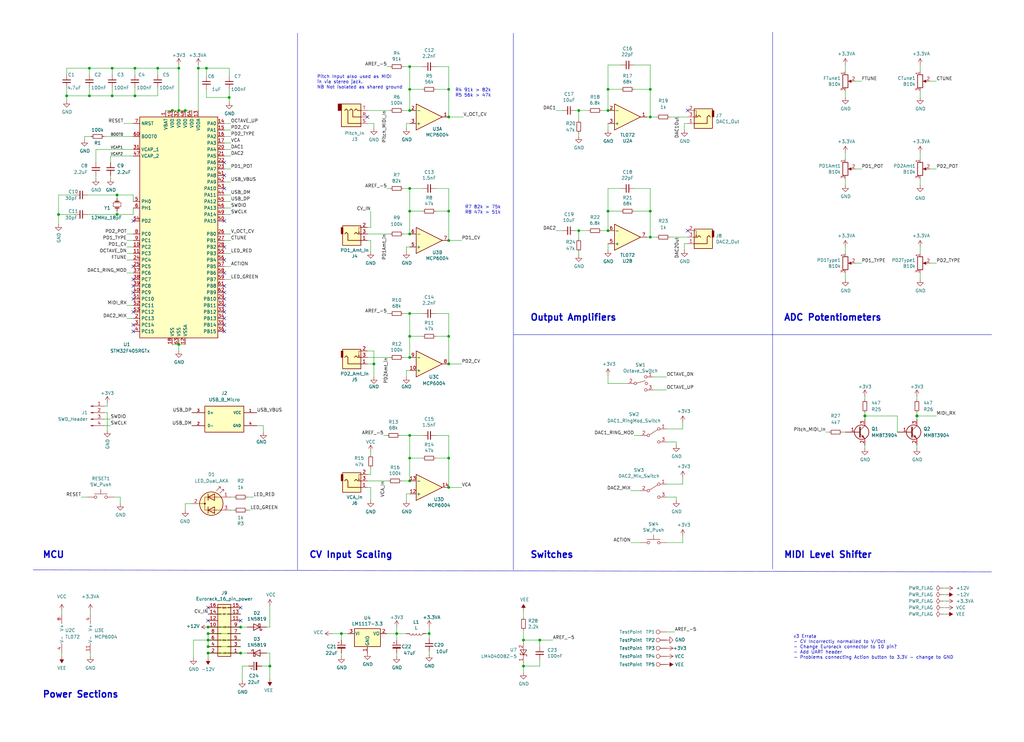
<source format=kicad_sch>
(kicad_sch (version 20230121) (generator eeschema)
  (paper "User" 399.999 289.992)
  (title_block (title "DisPhaze") (date "2022-03-18") (rev "v3") (company "Mountjoy Modular"))
  (junction (at 237.49 43.18))
  (junction (at 160.02 91.44))
  (junction (at 358.14 162.56) (diameter 1.016))
  (junction (at 175.26 93.98))
  (junction (at 160.02 43.18))
  (junction (at 160.02 170.18))
  (junction (at 81.28 250.19))
  (junction (at 67.31 43.18))
  (junction (at 81.28 245.11))
  (junction (at 226.06 43.18))
  (junction (at 160.02 122.555))
  (junction (at 154.94 247.65))
  (junction (at 175.26 82.55))
  (junction (at 93.98 255.27))
  (junction (at 254 92.71))
  (junction (at 237.49 82.55))
  (junction (at 69.85 134.62))
  (junction (at 167.64 247.65))
  (junction (at 254 82.55))
  (junction (at 160.02 179.07))
  (junction (at 237.49 90.17))
  (junction (at 81.28 252.73))
  (junction (at 43.815 37.465))
  (junction (at 43.815 26.67))
  (junction (at 34.925 26.67))
  (junction (at 52.705 26.67))
  (junction (at 254 34.925))
  (junction (at 204.47 260.35))
  (junction (at 237.49 34.925))
  (junction (at 69.85 26.67))
  (junction (at 89.535 38.1))
  (junction (at 61.595 26.67))
  (junction (at 69.85 43.18))
  (junction (at 160.02 139.7))
  (junction (at 254 45.72))
  (junction (at 72.39 43.18))
  (junction (at 337.82 162.56) (diameter 1.016))
  (junction (at 81.28 247.65))
  (junction (at 160.02 73.66))
  (junction (at 160.02 187.96))
  (junction (at 175.26 190.5))
  (junction (at 175.26 45.72))
  (junction (at 105.41 260.35))
  (junction (at 52.705 37.465))
  (junction (at 160.02 82.55))
  (junction (at 210.82 250.19))
  (junction (at 133.35 247.65))
  (junction (at 77.47 26.67))
  (junction (at 160.02 131.445))
  (junction (at 175.26 179.07))
  (junction (at 175.26 131.445))
  (junction (at 93.98 245.11))
  (junction (at 45.72 83.82))
  (junction (at 175.26 34.925))
  (junction (at 204.47 250.19))
  (junction (at 160.02 34.925))
  (junction (at 80.645 26.67))
  (junction (at 146.05 142.24))
  (junction (at 45.72 76.2))
  (junction (at 26.035 37.465))
  (junction (at 175.26 142.24))
  (junction (at 81.28 255.27))
  (junction (at 34.925 37.465))
  (junction (at 160.02 26.035))
  (junction (at 22.86 83.82))
  (junction (at 226.06 90.17))
  (no_connect (at 93.98 237.49))
  (no_connect (at 52.07 121.92))
  (no_connect (at 81.28 237.49))
  (no_connect (at 87.63 119.38))
  (no_connect (at 52.07 116.84))
  (no_connect (at 87.63 111.76))
  (no_connect (at 52.07 129.54))
  (no_connect (at 87.63 127))
  (no_connect (at 87.63 73.66))
  (no_connect (at 87.63 124.46))
  (no_connect (at 52.07 114.3))
  (no_connect (at 87.63 114.3))
  (no_connect (at 87.63 101.6))
  (no_connect (at 87.63 106.68))
  (no_connect (at 52.07 86.36))
  (no_connect (at 52.07 111.76))
  (no_connect (at 87.63 63.5))
  (no_connect (at 87.63 116.84))
  (no_connect (at 87.63 86.36))
  (no_connect (at 93.98 242.57))
  (no_connect (at 268.605 43.18))
  (no_connect (at 87.63 68.58))
  (no_connect (at 143.51 45.72))
  (no_connect (at 87.63 121.92))
  (no_connect (at 87.63 129.54))
  (no_connect (at 81.28 242.57))
  (no_connect (at 268.605 90.17))
  (no_connect (at 52.07 104.14))
  (no_connect (at 52.07 109.22))
  (no_connect (at 52.07 127))
  (no_connect (at 87.63 96.52))
  (wire (pts (xy 226.06 90.17) (xy 226.06 93.345)))
  (wire (pts (xy 260.35 194.31) (xy 264.16 194.31)))
  (wire (pts (xy 359.41 96.52) (xy 359.41 99.06)))
  (wire (pts (xy 160.02 96.52) (xy 158.75 96.52)))
  (wire (pts (xy 210.82 250.19) (xy 204.47 250.19)))
  (wire (pts (xy 87.63 60.96) (xy 90.17 60.96)))
  (wire (pts (xy 330.2 106.68) (xy 330.2 109.22)))
  (wire (pts (xy 133.35 247.65) (xy 133.35 250.19)))
  (wire (pts (xy 363.22 102.87) (xy 365.76 102.87)))
  (wire (pts (xy 255.27 152.4) (xy 260.35 152.4)))
  (wire (pts (xy 149.86 170.18) (xy 151.13 170.18)))
  (wire (pts (xy 170.18 26.035) (xy 175.26 26.035)))
  (wire (pts (xy 260.35 247.015) (xy 263.525 247.015)))
  (wire (pts (xy 26.035 26.67) (xy 26.035 29.21)))
  (wire (pts (xy 34.29 76.2) (xy 45.72 76.2)))
  (wire (pts (xy 146.05 142.24) (xy 146.05 147.32)))
  (wire (pts (xy 34.925 34.29) (xy 34.925 37.465)))
  (wire (pts (xy 87.63 66.04) (xy 90.17 66.04)))
  (wire (pts (xy 165.1 73.66) (xy 160.02 73.66)))
  (wire (pts (xy 154.94 245.11) (xy 154.94 247.65)))
  (wire (pts (xy 52.07 58.42) (xy 37.465 58.42)))
  (wire (pts (xy 90.17 53.34) (xy 87.63 53.34)))
  (wire (pts (xy 52.07 60.96) (xy 43.18 60.96)))
  (wire (pts (xy 254 92.71) (xy 256.54 92.71)))
  (wire (pts (xy 93.98 247.65) (xy 81.28 247.65)))
  (wire (pts (xy 156.845 187.96) (xy 160.02 187.96)))
  (wire (pts (xy 226.06 43.18) (xy 229.87 43.18)))
  (wire (pts (xy 158.75 96.52) (xy 158.75 98.425)))
  (wire (pts (xy 129.54 247.65) (xy 133.35 247.65)))
  (wire (pts (xy 87.63 78.74) (xy 90.17 78.74)))
  (wire (pts (xy 133.35 247.65) (xy 135.89 247.65)))
  (wire (pts (xy 87.63 99.06) (xy 90.17 99.06)))
  (wire (pts (xy 167.64 245.11) (xy 167.64 247.65)))
  (wire (pts (xy 180.34 190.5) (xy 175.26 190.5)))
  (wire (pts (xy 143.51 137.16) (xy 146.05 137.16)))
  (wire (pts (xy 87.63 55.88) (xy 90.17 55.88)))
  (wire (pts (xy 69.85 134.62) (xy 69.85 137.16)))
  (wire (pts (xy 133.35 255.27) (xy 133.35 256.54)))
  (wire (pts (xy 204.47 260.35) (xy 210.82 260.35)))
  (wire (pts (xy 264.16 172.72) (xy 264.16 173.99)))
  (wire (pts (xy 154.94 247.65) (xy 154.94 250.19)))
  (wire (pts (xy 49.53 99.06) (xy 52.07 99.06)))
  (wire (pts (xy 94.615 266.065) (xy 94.615 260.35)))
  (wire (pts (xy 359.41 69.85) (xy 359.41 72.39)))
  (wire (pts (xy 242.57 82.55) (xy 237.49 82.55)))
  (wire (pts (xy 252.73 45.72) (xy 254 45.72)))
  (wire (pts (xy 93.98 252.73) (xy 81.28 252.73)))
  (wire (pts (xy 359.41 106.68) (xy 359.41 109.22)))
  (wire (pts (xy 368.3 234.95) (xy 369.57 234.95)))
  (wire (pts (xy 268.605 48.26) (xy 267.335 48.26)))
  (wire (pts (xy 69.85 26.67) (xy 69.85 43.18)))
  (wire (pts (xy 226.06 52.07) (xy 226.06 53.34)))
  (wire (pts (xy 144.78 176.53) (xy 144.78 177.8)))
  (wire (pts (xy 102.235 260.35) (xy 105.41 260.35)))
  (wire (pts (xy 80.645 26.67) (xy 89.535 26.67)))
  (wire (pts (xy 160.02 34.925) (xy 160.02 43.18)))
  (wire (pts (xy 61.595 26.67) (xy 69.85 26.67)))
  (wire (pts (xy 49.53 101.6) (xy 52.07 101.6)))
  (wire (pts (xy 363.22 66.04) (xy 365.76 66.04)))
  (wire (pts (xy 261.62 45.72) (xy 268.605 45.72)))
  (wire (pts (xy 89.535 26.67) (xy 89.535 29.845)))
  (wire (pts (xy 217.17 43.18) (xy 219.71 43.18)))
  (wire (pts (xy 80.645 38.1) (xy 89.535 38.1)))
  (wire (pts (xy 165.1 82.55) (xy 160.02 82.55)))
  (wire (pts (xy 104.14 245.11) (xy 105.41 245.11)))
  (wire (pts (xy 180.34 93.98) (xy 175.26 93.98)))
  (wire (pts (xy 358.14 162.56) (xy 365.76 162.56)))
  (wire (pts (xy 330.2 59.69) (xy 330.2 62.23)))
  (wire (pts (xy 49.53 93.98) (xy 52.07 93.98)))
  (wire (pts (xy 260.35 189.23) (xy 266.7 189.23)))
  (wire (pts (xy 234.95 43.18) (xy 237.49 43.18)))
  (wire (pts (xy 337.82 162.56) (xy 337.82 163.83)))
  (wire (pts (xy 94.615 260.35) (xy 97.155 260.35)))
  (wire (pts (xy 157.48 139.7) (xy 160.02 139.7)))
  (wire (pts (xy 242.57 73.66) (xy 237.49 73.66)))
  (polyline (pts (xy 301.752 12.573) (xy 301.752 222.377)))
  (wire (pts (xy 175.26 179.07) (xy 175.26 190.5)))
  (wire (pts (xy 254 25.4) (xy 254 34.925)))
  (wire (pts (xy 170.18 131.445) (xy 175.26 131.445)))
  (wire (pts (xy 61.595 34.29) (xy 61.595 37.465)))
  (wire (pts (xy 26.035 26.67) (xy 34.925 26.67)))
  (wire (pts (xy 144.78 185.42) (xy 144.78 182.88)))
  (wire (pts (xy 204.47 246.38) (xy 204.47 250.19)))
  (wire (pts (xy 210.82 250.19) (xy 210.82 252.73)))
  (wire (pts (xy 43.18 68.58) (xy 43.18 69.85)))
  (wire (pts (xy 160.02 179.07) (xy 160.02 187.96)))
  (wire (pts (xy 87.63 71.12) (xy 90.17 71.12)))
  (wire (pts (xy 87.63 83.82) (xy 90.17 83.82)))
  (wire (pts (xy 144.78 88.9) (xy 143.51 88.9)))
  (wire (pts (xy 337.82 161.29) (xy 337.82 162.56)))
  (wire (pts (xy 45.72 83.82) (xy 52.07 83.82)))
  (wire (pts (xy 105.41 245.11) (xy 105.41 236.855)))
  (wire (pts (xy 156.21 170.18) (xy 160.02 170.18)))
  (wire (pts (xy 254 92.71) (xy 254 82.55)))
  (wire (pts (xy 267.335 48.26) (xy 267.335 50.8)))
  (wire (pts (xy 81.28 240.03) (xy 93.98 240.03)))
  (wire (pts (xy 175.26 82.55) (xy 175.26 93.98)))
  (wire (pts (xy 87.63 93.98) (xy 90.17 93.98)))
  (wire (pts (xy 330.2 25.4) (xy 330.2 27.94)))
  (wire (pts (xy 52.705 37.465) (xy 61.595 37.465)))
  (wire (pts (xy 40.64 161.29) (xy 41.91 161.29)))
  (wire (pts (xy 69.85 43.18) (xy 72.39 43.18)))
  (wire (pts (xy 247.65 25.4) (xy 254 25.4)))
  (wire (pts (xy 72.39 196.85) (xy 72.39 199.39)))
  (wire (pts (xy 252.73 92.71) (xy 254 92.71)))
  (wire (pts (xy 237.49 25.4) (xy 242.57 25.4)))
  (wire (pts (xy 260.35 167.64) (xy 266.7 167.64)))
  (wire (pts (xy 170.18 73.66) (xy 175.26 73.66)))
  (wire (pts (xy 175.26 131.445) (xy 175.26 142.24)))
  (wire (pts (xy 52.705 26.67) (xy 61.595 26.67)))
  (wire (pts (xy 45.72 82.55) (xy 45.72 83.82)))
  (wire (pts (xy 350.52 162.56) (xy 350.52 168.91)))
  (wire (pts (xy 24.13 255.27) (xy 24.13 256.54)))
  (wire (pts (xy 175.26 45.72) (xy 180.975 45.72)))
  (polyline (pts (xy 200.533 12.954) (xy 200.533 222.758)))
  (wire (pts (xy 165.1 122.555) (xy 160.02 122.555)))
  (wire (pts (xy 49.53 96.52) (xy 52.07 96.52)))
  (wire (pts (xy 151.13 26.035) (xy 152.4 26.035)))
  (wire (pts (xy 237.49 48.26) (xy 237.49 50.8)))
  (wire (pts (xy 144.78 93.98) (xy 144.78 98.425)))
  (wire (pts (xy 35.306 255.27) (xy 35.306 256.54)))
  (wire (pts (xy 22.86 76.2) (xy 22.86 83.82)))
  (wire (pts (xy 143.51 43.18) (xy 152.4 43.18)))
  (wire (pts (xy 224.79 90.17) (xy 226.06 90.17)))
  (wire (pts (xy 358.14 161.29) (xy 358.14 162.56)))
  (wire (pts (xy 157.48 122.555) (xy 160.02 122.555)))
  (polyline (pts (xy 12.954 222.758) (xy 387.35 223.52)))
  (wire (pts (xy 170.18 179.07) (xy 175.26 179.07)))
  (wire (pts (xy 26.035 34.29) (xy 26.035 37.465)))
  (wire (pts (xy 143.51 142.24) (xy 146.05 142.24)))
  (wire (pts (xy 81.28 257.175) (xy 81.28 255.27)))
  (wire (pts (xy 87.63 91.44) (xy 90.17 91.44)))
  (wire (pts (xy 204.47 260.35) (xy 204.47 262.89)))
  (wire (pts (xy 43.815 37.465) (xy 52.705 37.465)))
  (wire (pts (xy 334.01 102.87) (xy 336.55 102.87)))
  (wire (pts (xy 165.1 131.445) (xy 160.02 131.445)))
  (wire (pts (xy 97.79 199.39) (xy 96.52 199.39)))
  (wire (pts (xy 45.72 76.2) (xy 45.72 77.47)))
  (wire (pts (xy 158.75 144.78) (xy 158.75 147.32)))
  (wire (pts (xy 330.2 35.56) (xy 330.2 38.1)))
  (wire (pts (xy 175.26 26.035) (xy 175.26 34.925)))
  (wire (pts (xy 93.98 250.19) (xy 81.28 250.19)))
  (wire (pts (xy 22.86 83.82) (xy 29.21 83.82)))
  (wire (pts (xy 158.75 193.04) (xy 160.02 193.04)))
  (wire (pts (xy 368.3 237.49) (xy 369.57 237.49)))
  (wire (pts (xy 104.14 255.27) (xy 105.41 255.27)))
  (wire (pts (xy 43.815 26.67) (xy 52.705 26.67)))
  (wire (pts (xy 143.51 91.44) (xy 152.4 91.44)))
  (wire (pts (xy 167.64 247.65) (xy 166.37 247.65)))
  (wire (pts (xy 144.78 190.5) (xy 144.78 195.58)))
  (wire (pts (xy 90.17 48.26) (xy 87.63 48.26)))
  (wire (pts (xy 358.14 154.94) (xy 358.14 156.21)))
  (wire (pts (xy 69.85 134.62) (xy 67.31 134.62)))
  (wire (pts (xy 77.47 26.67) (xy 77.47 43.18)))
  (wire (pts (xy 261.62 92.71) (xy 268.605 92.71)))
  (wire (pts (xy 49.53 119.38) (xy 52.07 119.38)))
  (wire (pts (xy 37.465 58.42) (xy 37.465 63.5)))
  (wire (pts (xy 144.78 88.9) (xy 144.78 82.55)))
  (wire (pts (xy 260.35 212.09) (xy 266.7 212.09)))
  (wire (pts (xy 267.335 95.25) (xy 267.335 97.79)))
  (wire (pts (xy 77.47 26.67) (xy 80.645 26.67)))
  (wire (pts (xy 33.02 53.34) (xy 35.56 53.34)))
  (wire (pts (xy 160.02 48.26) (xy 158.75 48.26)))
  (wire (pts (xy 49.53 124.46) (xy 52.07 124.46)))
  (wire (pts (xy 87.63 104.14) (xy 90.17 104.14)))
  (wire (pts (xy 44.45 194.31) (xy 46.99 194.31)))
  (wire (pts (xy 175.26 122.555) (xy 175.26 131.445)))
  (wire (pts (xy 204.47 250.19) (xy 204.47 251.46)))
  (wire (pts (xy 40.64 166.37) (xy 43.18 166.37)))
  (wire (pts (xy 93.98 245.11) (xy 96.52 245.11)))
  (wire (pts (xy 160.02 144.78) (xy 158.75 144.78)))
  (wire (pts (xy 52.705 34.29) (xy 52.705 37.465)))
  (wire (pts (xy 268.605 95.25) (xy 267.335 95.25)))
  (wire (pts (xy 34.925 37.465) (xy 43.815 37.465)))
  (wire (pts (xy 31.75 194.31) (xy 34.29 194.31)))
  (wire (pts (xy 49.53 106.68) (xy 52.07 106.68)))
  (wire (pts (xy 254 82.55) (xy 247.65 82.55)))
  (wire (pts (xy 43.815 26.67) (xy 43.815 29.21)))
  (wire (pts (xy 215.9 250.19) (xy 210.82 250.19)))
  (wire (pts (xy 34.925 26.67) (xy 43.815 26.67)))
  (wire (pts (xy 165.1 26.035) (xy 160.02 26.035)))
  (wire (pts (xy 143.51 187.96) (xy 151.765 187.96)))
  (wire (pts (xy 37.465 68.58) (xy 37.465 69.85)))
  (wire (pts (xy 237.49 73.66) (xy 237.49 82.55)))
  (wire (pts (xy 266.7 165.1) (xy 266.7 167.64)))
  (polyline (pts (xy 200.66 130.81) (xy 387.35 130.81)))
  (wire (pts (xy 266.7 186.69) (xy 266.7 189.23)))
  (wire (pts (xy 363.22 31.75) (xy 365.76 31.75)))
  (wire (pts (xy 167.64 247.65) (xy 167.64 249.555)))
  (wire (pts (xy 151.13 247.65) (xy 154.94 247.65)))
  (wire (pts (xy 204.47 238.76) (xy 204.47 241.3)))
  (wire (pts (xy 33.02 54.61) (xy 33.02 53.34)))
  (wire (pts (xy 337.82 173.99) (xy 337.82 175.26)))
  (wire (pts (xy 170.18 34.925) (xy 175.26 34.925)))
  (wire (pts (xy 93.98 255.27) (xy 96.52 255.27)))
  (wire (pts (xy 143.51 93.98) (xy 144.78 93.98)))
  (wire (pts (xy 52.07 76.2) (xy 45.72 76.2)))
  (wire (pts (xy 80.645 26.67) (xy 80.645 29.845)))
  (wire (pts (xy 359.41 59.69) (xy 359.41 62.23)))
  (wire (pts (xy 160.02 170.18) (xy 165.1 170.18)))
  (wire (pts (xy 40.64 53.34) (xy 52.07 53.34)))
  (wire (pts (xy 334.01 31.75) (xy 336.55 31.75)))
  (wire (pts (xy 43.815 34.29) (xy 43.815 37.465)))
  (wire (pts (xy 337.82 162.56) (xy 350.52 162.56)))
  (wire (pts (xy 81.28 245.11) (xy 93.98 245.11)))
  (wire (pts (xy 330.2 96.52) (xy 330.2 99.06)))
  (wire (pts (xy 41.91 158.75) (xy 41.91 157.48)))
  (wire (pts (xy 81.28 255.27) (xy 93.98 255.27)))
  (wire (pts (xy 81.28 247.65) (xy 81.28 250.19)))
  (wire (pts (xy 160.02 82.55) (xy 160.02 91.44)))
  (wire (pts (xy 48.26 48.26) (xy 52.07 48.26)))
  (wire (pts (xy 35.306 238.76) (xy 35.306 240.03)))
  (wire (pts (xy 368.3 232.41) (xy 369.57 232.41)))
  (wire (pts (xy 49.53 91.44) (xy 52.07 91.44)))
  (wire (pts (xy 266.7 209.55) (xy 266.7 212.09)))
  (wire (pts (xy 250.19 170.18) (xy 247.65 170.18)))
  (wire (pts (xy 254 45.72) (xy 256.54 45.72)))
  (wire (pts (xy 69.85 134.62) (xy 72.39 134.62)))
  (wire (pts (xy 40.64 163.83) (xy 43.18 163.83)))
  (wire (pts (xy 175.26 34.925) (xy 175.26 45.72)))
  (wire (pts (xy 143.51 185.42) (xy 144.78 185.42)))
  (wire (pts (xy 157.48 73.66) (xy 160.02 73.66)))
  (wire (pts (xy 160.02 122.555) (xy 160.02 131.445)))
  (wire (pts (xy 237.49 34.925) (xy 237.49 43.18)))
  (wire (pts (xy 100.33 166.37) (xy 102.87 166.37)))
  (wire (pts (xy 158.75 48.26) (xy 158.75 50.165)))
  (wire (pts (xy 250.19 191.77) (xy 246.38 191.77)))
  (wire (pts (xy 334.01 66.04) (xy 336.55 66.04)))
  (wire (pts (xy 99.06 194.31) (xy 96.52 194.31)))
  (wire (pts (xy 254 45.72) (xy 254 34.925)))
  (wire (pts (xy 260.35 172.72) (xy 264.16 172.72)))
  (wire (pts (xy 24.13 238.76) (xy 24.13 240.03)))
  (wire (pts (xy 328.93 168.91) (xy 330.2 168.91)))
  (wire (pts (xy 143.51 139.7) (xy 152.4 139.7)))
  (wire (pts (xy 77.47 25.4) (xy 77.47 26.67)))
  (wire (pts (xy 151.13 73.66) (xy 152.4 73.66)))
  (wire (pts (xy 75.565 250.19) (xy 81.28 250.19)))
  (wire (pts (xy 52.07 81.28) (xy 52.07 83.82)))
  (wire (pts (xy 170.18 122.555) (xy 175.26 122.555)))
  (wire (pts (xy 247.65 34.925) (xy 254 34.925)))
  (wire (pts (xy 358.14 162.56) (xy 358.14 163.83)))
  (wire (pts (xy 219.71 90.17) (xy 217.17 90.17)))
  (wire (pts (xy 74.93 196.85) (xy 72.39 196.85)))
  (wire (pts (xy 90.17 50.8) (xy 87.63 50.8)))
  (wire (pts (xy 26.035 37.465) (xy 34.925 37.465)))
  (wire (pts (xy 359.41 25.4) (xy 359.41 27.94)))
  (wire (pts (xy 337.82 154.94) (xy 337.82 156.21)))
  (wire (pts (xy 43.18 60.96) (xy 43.18 63.5)))
  (wire (pts (xy 368.3 240.03) (xy 369.57 240.03)))
  (wire (pts (xy 67.31 43.18) (xy 69.85 43.18)))
  (wire (pts (xy 165.1 34.925) (xy 160.02 34.925)))
  (wire (pts (xy 87.63 109.22) (xy 90.17 109.22)))
  (wire (pts (xy 91.44 194.31) (xy 90.17 194.31)))
  (wire (pts (xy 158.75 193.04) (xy 158.75 195.58)))
  (wire (pts (xy 226.06 98.425) (xy 226.06 99.695)))
  (wire (pts (xy 157.48 91.44) (xy 160.02 91.44)))
  (wire (pts (xy 34.29 83.82) (xy 45.72 83.82)))
  (wire (pts (xy 237.49 149.86) (xy 245.11 149.86)))
  (wire (pts (xy 167.64 254.635) (xy 167.64 255.905)))
  (wire (pts (xy 246.38 212.09) (xy 250.19 212.09)))
  (wire (pts (xy 75.565 257.175) (xy 75.565 250.19)))
  (wire (pts (xy 154.94 255.27) (xy 154.94 256.54)))
  (wire (pts (xy 105.41 255.27) (xy 105.41 260.35)))
  (wire (pts (xy 146.05 137.16) (xy 146.05 142.24)))
  (wire (pts (xy 255.27 147.32) (xy 260.35 147.32)))
  (wire (pts (xy 80.645 34.925) (xy 80.645 38.1)))
  (wire (pts (xy 254 73.66) (xy 254 82.55)))
  (wire (pts (xy 175.26 73.66) (xy 175.26 82.55)))
  (wire (pts (xy 90.17 58.42) (xy 87.63 58.42)))
  (wire (pts (xy 61.595 26.67) (xy 61.595 29.21)))
  (wire (pts (xy 22.86 83.82) (xy 22.86 87.63)))
  (wire (pts (xy 157.48 43.18) (xy 160.02 43.18)))
  (wire (pts (xy 237.49 95.25) (xy 237.49 97.79)))
  (wire (pts (xy 204.47 259.08) (xy 204.47 260.35)))
  (wire (pts (xy 89.535 38.1) (xy 89.535 40.005)))
  (wire (pts (xy 52.07 78.74) (xy 52.07 76.2)))
  (wire (pts (xy 34.925 26.67) (xy 34.925 29.21)))
  (wire (pts (xy 368.3 229.87) (xy 369.57 229.87)))
  (wire (pts (xy 151.13 122.555) (xy 152.4 122.555)))
  (wire (pts (xy 146.05 48.26) (xy 146.05 50.165)))
  (wire (pts (xy 175.26 170.18) (xy 175.26 179.07)))
  (wire (pts (xy 358.14 173.99) (xy 358.14 175.26)))
  (wire (pts (xy 226.06 43.18) (xy 226.06 46.99)))
  (wire (pts (xy 170.18 170.18) (xy 175.26 170.18)))
  (wire (pts (xy 89.535 34.925) (xy 89.535 38.1)))
  (wire (pts (xy 170.18 82.55) (xy 175.26 82.55)))
  (wire (pts (xy 26.035 37.465) (xy 26.035 39.37)))
  (wire (pts (xy 87.63 81.28) (xy 90.17 81.28)))
  (wire (pts (xy 224.79 43.18) (xy 226.06 43.18)))
  (wire (pts (xy 210.82 257.81) (xy 210.82 260.35)))
  (wire (pts (xy 64.77 43.18) (xy 67.31 43.18)))
  (wire (pts (xy 46.99 194.31) (xy 46.99 196.85)))
  (wire (pts (xy 237.49 146.685) (xy 237.49 149.86)))
  (wire (pts (xy 160.02 73.66) (xy 160.02 82.55)))
  (wire (pts (xy 247.65 73.66) (xy 254 73.66)))
  (wire (pts (xy 322.58 168.91) (xy 323.85 168.91)))
  (wire (pts (xy 105.41 260.35) (xy 105.41 265.43)))
  (wire (pts (xy 264.16 194.31) (xy 264.16 195.58)))
  (wire (pts (xy 226.06 90.17) (xy 229.87 90.17)))
  (wire (pts (xy 69.85 25.4) (xy 69.85 26.67)))
  (wire (pts (xy 160.02 26.035) (xy 160.02 34.925)))
  (wire (pts (xy 160.02 179.07) (xy 165.1 179.07)))
  (wire (pts (xy 91.44 199.39) (xy 90.17 199.39)))
  (wire (pts (xy 157.48 26.035) (xy 160.02 26.035)))
  (wire (pts (xy 160.02 170.18) (xy 160.02 179.07)))
  (wire (pts (xy 143.51 190.5) (xy 144.78 190.5)))
  (wire (pts (xy 87.63 76.2) (xy 90.17 76.2)))
  (wire (pts (xy 22.86 76.2) (xy 29.21 76.2)))
  (polyline (pts (xy 116.205 12.954) (xy 116.205 222.758)))
  (wire (pts (xy 180.34 142.24) (xy 175.26 142.24)))
  (wire (pts (xy 234.95 90.17) (xy 237.49 90.17)))
  (wire (pts (xy 359.41 35.56) (xy 359.41 38.1)))
  (wire (pts (xy 143.51 48.26) (xy 146.05 48.26)))
  (wire (pts (xy 330.2 69.85) (xy 330.2 72.39)))
  (wire (pts (xy 102.87 166.37) (xy 102.87 168.91)))
  (wire (pts (xy 72.39 43.18) (xy 74.93 43.18)))
  (wire (pts (xy 41.91 161.29) (xy 41.91 168.275)))
  (wire (pts (xy 40.64 158.75) (xy 41.91 158.75)))
  (wire (pts (xy 237.49 34.925) (xy 242.57 34.925)))
  (wire (pts (xy 154.94 247.65) (xy 158.75 247.65)))
  (wire (pts (xy 237.49 25.4) (xy 237.49 34.925)))
  (wire (pts (xy 160.02 131.445) (xy 160.02 139.7)))
  (wire (pts (xy 52.705 26.67) (xy 52.705 29.21)))
  (wire (pts (xy 81.28 252.73) (xy 81.28 250.19)))
  (wire (pts (xy 237.49 82.55) (xy 237.49 90.17)))
  (text "CV Input Scaling" (at 120.65 218.44 0) (effects (font (size 2.54 2.54) (thickness 0.508) bold) (justify left bottom)))
  (text "v3 Errata\n- CV Incorrectly normalled to V/Oct\n- Change Eurorack connector to 10 pin?\n- Add UART header\n- Problems connecting Action button to 3.3V - change to GND" (at 309.88 257.81 0) (effects (font (size 1.27 1.27)) (justify left bottom)))
  (text "Output Amplifiers" (at 207.01 125.73 0) (effects (font (size 2.54 2.54) (thickness 0.508) bold) (justify left bottom)))
  (text "ADC Potentiometers" (at 306.07 125.73 0) (effects (font (size 2.54 2.54) (thickness 0.508) bold) (justify left bottom)))
  (text "Pitch Input also used as MIDI \nin via stereo jack. \nNB Not isolated as shared ground\n" (at 123.825 34.925 0) (effects (font (size 1.27 1.27)) (justify left bottom)))
  (text "MCU" (at 16.51 218.44 0) (effects (font (size 2.54 2.54) (thickness 0.508) bold) (justify left bottom)))
  (text "R7 82k > 75k\nR8 47k > 51k" (at 181.61 83.82 0) (effects (font (size 1.27 1.27)) (justify left bottom)))
  (text "Power Sections" (at 16.51 273.05 0) (effects (font (size 2.54 2.54) (thickness 0.508) bold) (justify left bottom)))
  (text "Switches" (at 207.01 218.44 0) (effects (font (size 2.54 2.54) (thickness 0.508) bold) (justify left bottom)))
  (text "R4 91k > 82k\nR5 56k > 47k" (at 177.8 38.1 0) (effects (font (size 1.27 1.27)) (justify left bottom)))
  (text "MIDI Level Shifter" (at 306.07 218.44 0) (effects (font (size 2.54 2.54) (thickness 0.508) bold) (justify left bottom)))
  (label "USB_VBUS" (at 100.33 161.29 0))
  (label "SWCLK" (at 43.18 166.37 0))
  (label "MIDI_RX" (at 49.53 119.38 180))
  (label "VCA" (at 90.17 55.88 0))
  (label "USB_DM" (at 90.17 76.2 0))
  (label "PD2_CV" (at 180.34 142.24 0))
  (label "CV_IN" (at 144.78 82.55 180))
  (label "PD2_TYPE" (at 90.17 53.34 0))
  (label "BOOT0" (at 43.18 53.34 0) (effects (font (size 1 1))))
  (label "AREF_-5" (at 215.9 250.19 0))
  (label "OCTAVE_DN" (at 260.35 147.32 0))
  (label "DAC1" (at 217.17 43.18 180))
  (label "PD1_TYPE" (at 336.55 102.87 0))
  (label "PD2Amt_in" (at 151.765 139.7 270))
  (label "Pitch_MIDI_In" (at 151.13 43.18 270))
  (label "LED_RED" (at 99.06 194.31 0))
  (label "PD2_POT" (at 49.53 91.44 180))
  (label "MIDI_RX" (at 365.76 162.56 0))
  (label "LED_GREEN" (at 97.79 199.39 0))
  (label "AREF_-5" (at 263.525 247.015 0))
  (label "DAC2_MIX" (at 49.53 124.46 180))
  (label "AREF_-5" (at 151.13 73.66 180))
  (label "DAC1" (at 90.17 58.42 0))
  (label "DAC1_RING_MOD" (at 49.53 106.68 180))
  (label "DAC1_RING_MOD" (at 247.65 170.18 180))
  (label "DAC2" (at 90.17 60.96 0))
  (label "PD1Amt_in" (at 151.13 91.44 270))
  (label "USB_DP" (at 74.93 161.29 180))
  (label "ACTION" (at 90.17 104.14 0))
  (label "OCTAVE_UP" (at 260.35 152.4 0))
  (label "SWDIO" (at 43.18 163.83 0))
  (label "DAC2Out" (at 265.43 92.71 270))
  (label "CTUNE" (at 90.17 93.98 0))
  (label "LED_GREEN" (at 90.17 109.22 0))
  (label "LED_RED" (at 90.17 99.06 0))
  (label "OCTAVE_UP" (at 90.17 48.26 0))
  (label "AREF_-5" (at 151.13 26.035 180))
  (label "VCAP2" (at 43.18 60.96 0) (effects (font (size 1 1))))
  (label "PD1_POT" (at 336.55 66.04 0))
  (label "Pitch_MIDI_In" (at 322.58 168.91 180))
  (label "USB_VBUS" (at 90.17 71.12 0))
  (label "SWCLK" (at 90.17 83.82 0))
  (label "V_OCT_CV" (at 180.975 45.72 0))
  (label "ACTION" (at 246.38 212.09 180))
  (label "DAC2" (at 217.17 90.17 180))
  (label "PD2_POT" (at 365.76 66.04 0))
  (label "OCTAVE_DN" (at 49.53 99.06 180))
  (label "FTUNE" (at 49.53 101.6 180))
  (label "AREF_-5" (at 149.86 170.18 180))
  (label "RESET" (at 31.75 194.31 180))
  (label "FTUNE" (at 336.55 31.75 0))
  (label "PD1_TYPE" (at 49.53 93.98 180))
  (label "VCA_In" (at 150.495 187.96 270))
  (label "PD2_CV" (at 90.17 50.8 0))
  (label "AREF_-5" (at 151.13 122.555 180))
  (label "DAC1Out" (at 265.43 45.72 270))
  (label "VCA" (at 180.34 190.5 0))
  (label "PD1_CV" (at 49.53 96.52 180))
  (label "RESET" (at 48.26 48.26 180))
  (label "PD2_TYPE" (at 365.76 102.87 0))
  (label "VCAP1" (at 43.18 58.42 0) (effects (font (size 1 1))))
  (label "CTUNE" (at 365.76 31.75 0))
  (label "SWDIO" (at 90.17 81.28 0))
  (label "V_OCT_CV" (at 90.17 91.44 0))
  (label "DAC2_MIX" (at 246.38 191.77 180))
  (label "USB_DP" (at 90.17 78.74 0))
  (label "USB_DM" (at 74.93 166.37 180))
  (label "CV_IN" (at 81.28 240.03 180))
  (label "PD1_POT" (at 90.17 66.04 0))
  (label "PD1_CV" (at 180.34 93.98 0))
  (symbol (lib_id "MCU_ST_STM32F4:STM32F405RGTx") (at 69.85 88.9 0) (unit 1)
    (property "Reference" "U1" (at 49.53 134.62 0))
    (property "Value" "STM32F405RGTx" (at 50.8 137.16 0))
    (property "Footprint" "Package_QFP:LQFP-64_10x10mm_P0.5mm" (effects hide))
    (property "Datasheet" "http://www.st.com/st-web-ui/static/active/en/resource/technical/document/datasheet/DM00037051.pdf" (effects hide))
  )
  (symbol (lib_id "Device:C_Small") (at 37.465 66.04 180) (unit 1)
    (property "Reference" "C8" (at 34.29 64.7635 0) (effects (justify left)))
    (property "Value" "2.2uF" (at 34.29 67.3035 0) (effects (justify left)))
    (property "Footprint" "Capacitor_SMD:C_0603_1608Metric" (effects hide))
  )
  (symbol (lib_id "Device:C_Small") (at 43.18 66.04 0) (unit 1)
    (property "Reference" "C9" (at 45.72 64.7762 0) (effects (justify left)))
    (property "Value" "2.2uF" (at 45.72 67.3162 0) (effects (justify left)))
    (property "Footprint" "Capacitor_SMD:C_0603_1608Metric" (effects hide))
  )
  (symbol (lib_id "power:GND") (at 43.18 69.85 0) (unit 1)
    (property "Reference" "#PWR07" (effects hide))
    (property "Value" "GND" (at 43.307 74.2442 0))
  )
  (symbol (lib_id "Connector:Conn_01x04_Male") (at 35.56 161.29 0) (unit 1)
    (property "Reference" "J1" (at 34.29 161.2899 0) (effects (justify right)))
    (property "Value" "SWD_Header" (at 34.29 163.8299 0) (effects (justify right)))
    (property "Footprint" "Custom_Footprints:SWD_header" (effects hide))
  )
  (symbol (lib_id "power:+3.3V") (at 41.91 157.48 0) (unit 1)
    (property "Reference" "#PWR010" (effects hide))
    (property "Value" "+3.3V" (at 41.91 153.67 0))
  )
  (symbol (lib_id "power:GND") (at 41.91 168.275 0) (unit 1)
    (property "Reference" "#PWR011" (effects hide))
    (property "Value" "GND" (at 42.037 171.5262 90) (effects (justify right)))
  )
  (symbol (lib_id "Device:Crystal_Small") (at 45.72 80.01 90) (unit 1)
    (property "Reference" "Y1" (at 40.64 81.28 90) (effects (justify right)))
    (property "Value" "12MHz_18pF" (at 35.56 85.09 90) (effects (justify right)))
    (property "Footprint" "Crystal:Crystal_SMD_0603-2Pin_6.0x3.5mm" (effects hide))
  )
  (symbol (lib_id "Device:C_Small") (at 31.75 76.2 270) (unit 1)
    (property "Reference" "C10" (at 26.67 74.93 90) (effects (justify left)))
    (property "Value" "30pF" (at 25.4 77.47 90) (effects (justify left)))
    (property "Footprint" "Capacitor_SMD:C_0603_1608Metric" (effects hide))
  )
  (symbol (lib_id "Device:C_Small") (at 31.75 83.82 270) (unit 1)
    (property "Reference" "C11" (at 26.67 82.55 90) (effects (justify left)))
    (property "Value" "30pF" (at 25.4 85.09 90) (effects (justify left)))
    (property "Footprint" "Capacitor_SMD:C_0603_1608Metric" (effects hide))
  )
  (symbol (lib_id "power:GND") (at 22.86 87.63 0) (unit 1)
    (property "Reference" "#PWR08" (effects hide))
    (property "Value" "GND" (at 22.987 90.8812 90) (effects (justify right)))
  )
  (symbol (lib_id "power:+3.3V") (at 69.85 25.4 0) (unit 1)
    (property "Reference" "#PWR01" (effects hide))
    (property "Value" "+3.3V" (at 69.85 21.59 0))
  )
  (symbol (lib_id "power:GND") (at 69.85 137.16 0) (unit 1)
    (property "Reference" "#PWR09" (effects hide))
    (property "Value" "GND" (at 69.977 141.5542 0))
  )
  (symbol (lib_id "Device:C_Small") (at 34.925 31.75 0) (unit 1)
    (property "Reference" "C2" (at 36.83 29.21 0) (effects (justify left)))
    (property "Value" "100nF" (at 35.56 34.29 0) (effects (justify left)))
    (property "Footprint" "Capacitor_SMD:C_0603_1608Metric" (effects hide))
  )
  (symbol (lib_id "power:GND") (at 26.035 39.37 0) (unit 1)
    (property "Reference" "#PWR03" (effects hide))
    (property "Value" "GND" (at 26.162 43.7642 0))
  )
  (symbol (lib_id "Device:C_Small") (at 43.815 31.75 0) (unit 1)
    (property "Reference" "C3" (at 45.72 29.21 0) (effects (justify left)))
    (property "Value" "100nF" (at 44.45 34.29 0) (effects (justify left)))
    (property "Footprint" "Capacitor_SMD:C_0603_1608Metric" (effects hide))
  )
  (symbol (lib_id "Device:C_Small") (at 52.705 31.75 0) (unit 1)
    (property "Reference" "C4" (at 53.975 29.21 0) (effects (justify left)))
    (property "Value" "100nF" (at 53.34 34.29 0) (effects (justify left)))
    (property "Footprint" "Capacitor_SMD:C_0603_1608Metric" (effects hide))
  )
  (symbol (lib_id "Device:C_Small") (at 61.595 31.75 0) (unit 1)
    (property "Reference" "C5" (at 63.5 29.21 0) (effects (justify left)))
    (property "Value" "100nF" (at 62.23 34.29 0) (effects (justify left)))
    (property "Footprint" "Capacitor_SMD:C_0603_1608Metric" (effects hide))
  )
  (symbol (lib_id "power:GND") (at 37.465 69.85 0) (unit 1)
    (property "Reference" "#PWR06" (effects hide))
    (property "Value" "GND" (at 37.592 74.2442 0))
  )
  (symbol (lib_id "power:+3.3V") (at 154.94 245.11 0) (unit 1)
    (property "Reference" "#PWR060" (effects hide))
    (property "Value" "+3.3V" (at 154.94 241.3 0))
  )
  (symbol (lib_id "Regulator_Linear:LM1117-3.3") (at 143.51 247.65 0) (unit 1)
    (property "Reference" "U4" (at 143.51 241.5032 0))
    (property "Value" "LM1117-3.3" (at 143.51 243.8146 0))
    (property "Footprint" "Package_TO_SOT_SMD:SOT-223-3_TabPin2" (effects hide))
    (property "Datasheet" "http://www.ti.com/lit/ds/symlink/lm1117.pdf" (effects hide))
  )
  (symbol (lib_id "power:GND") (at 143.51 255.27 0) (unit 1)
    (property "Reference" "#PWR064" (effects hide))
    (property "Value" "GND" (at 143.637 259.6642 0))
  )
  (symbol (lib_id "Amplifier_Operational:MCP6004") (at 167.64 93.98 0) (mirror x) (unit 2)
    (property "Reference" "U3" (at 170.815 98.6536 0))
    (property "Value" "MCP6004" (at 170.815 100.965 0))
    (property "Footprint" "Package_SO:SOIC-14_3.9x8.7mm_P1.27mm" (effects hide))
  )
  (symbol (lib_id "Device:R_Small") (at 167.64 82.55 270) (unit 1)
    (property "Reference" "R8" (at 167.64 77.2922 90))
    (property "Value" "47k" (at 167.64 79.6036 90))
    (property "Footprint" "Resistor_SMD:R_0603_1608Metric" (effects hide))
  )
  (symbol (lib_id "Device:R_Small") (at 154.94 73.66 270) (unit 1)
    (property "Reference" "R7" (at 154.94 68.4022 90))
    (property "Value" "82k" (at 154.94 70.7136 90))
    (property "Footprint" "Resistor_SMD:R_0603_1608Metric" (effects hide))
  )
  (symbol (lib_id "Device:R_Small") (at 154.94 91.44 270) (unit 1)
    (property "Reference" "R9" (at 154.94 85.09 90))
    (property "Value" "100k" (at 154.94 87.63 90))
    (property "Footprint" "Resistor_SMD:R_0603_1608Metric" (effects hide))
  )
  (symbol (lib_id "power:GND") (at 158.75 98.425 0) (unit 1)
    (property "Reference" "#PWR018" (effects hide))
    (property "Value" "GND" (at 158.877 102.8192 0))
  )
  (symbol (lib_id "Device:C_Small") (at 167.64 73.66 90) (unit 1)
    (property "Reference" "C13" (at 167.64 67.2592 90))
    (property "Value" "1.5nF" (at 167.64 69.5706 90))
    (property "Footprint" "Capacitor_SMD:C_0603_1608Metric" (effects hide))
  )
  (symbol (lib_id "Device:R_Small") (at 204.47 243.84 0) (unit 1)
    (property "Reference" "R28" (at 206.248 242.6716 0) (effects (justify left)))
    (property "Value" "2.2k" (at 206.248 244.983 0) (effects (justify left)))
    (property "Footprint" "Resistor_SMD:R_0603_1608Metric" (effects hide))
  )
  (symbol (lib_id "Device:C_Small") (at 210.82 255.27 0) (unit 1)
    (property "Reference" "C23" (at 213.741 254.1016 0) (effects (justify left)))
    (property "Value" "100nF" (at 213.741 256.413 0) (effects (justify left)))
    (property "Footprint" "Capacitor_SMD:C_0603_1608Metric" (effects hide))
  )
  (symbol (lib_id "power:GND") (at 204.47 262.89 0) (unit 1)
    (property "Reference" "#PWR074" (effects hide))
    (property "Value" "GND" (at 204.597 267.2842 0))
  )
  (symbol (lib_id "Amplifier_Operational:MCP6004") (at 167.64 45.72 0) (mirror x) (unit 1)
    (property "Reference" "U3" (at 170.815 50.3936 0))
    (property "Value" "MCP6004" (at 170.815 52.705 0))
    (property "Footprint" "Package_SO:SOIC-14_3.9x8.7mm_P1.27mm" (effects hide))
  )
  (symbol (lib_id "Device:R_Small") (at 167.64 34.925 270) (unit 1)
    (property "Reference" "R5" (at 167.64 29.6672 90))
    (property "Value" "56k" (at 167.64 31.9786 90))
    (property "Footprint" "Resistor_SMD:R_0603_1608Metric" (effects hide))
  )
  (symbol (lib_id "Device:R_Small") (at 154.94 26.035 270) (unit 1)
    (property "Reference" "R4" (at 154.94 20.7772 90))
    (property "Value" "91k" (at 154.94 23.0886 90))
    (property "Footprint" "Resistor_SMD:R_0603_1608Metric" (effects hide))
  )
  (symbol (lib_id "Device:R_Small") (at 154.94 43.18 270) (unit 1)
    (property "Reference" "R6" (at 154.94 37.9222 90))
    (property "Value" "100k" (at 154.94 40.2336 90))
    (property "Footprint" "Resistor_SMD:R_0603_1608Metric" (effects hide))
  )
  (symbol (lib_id "power:GND") (at 158.75 50.165 0) (unit 1)
    (property "Reference" "#PWR016" (effects hide))
    (property "Value" "GND" (at 158.877 54.5592 0))
  )
  (symbol (lib_id "Device:C_Small") (at 167.64 26.035 90) (unit 1)
    (property "Reference" "C12" (at 167.64 19.6342 90))
    (property "Value" "2.2nF" (at 167.64 21.9456 90))
    (property "Footprint" "Capacitor_SMD:C_0603_1608Metric" (effects hide))
  )
  (symbol (lib_id "Device:R_Potentiometer") (at 330.2 102.87 0) (unit 1)
    (property "Reference" "PD1Type1" (at 328.422 101.7016 0) (effects (justify right)))
    (property "Value" "B10k" (at 328.422 104.013 0) (effects (justify right)))
    (property "Footprint" "Custom_Footprints:Alpha_9mm_Potentiometer_Aligned" (effects hide))
  )
  (symbol (lib_id "Device:C_Polarized_Small") (at 154.94 252.73 0) (unit 1)
    (property "Reference" "C22" (at 158.75 252.73 0))
    (property "Value" "47uF" (at 160.02 255.27 0))
    (property "Footprint" "Capacitor_SMD:CP_Elec_5x5.4" (effects hide))
  )
  (symbol (lib_id "power:GND") (at 154.94 256.54 0) (unit 1)
    (property "Reference" "#PWR067" (effects hide))
    (property "Value" "GND" (at 155.067 260.9342 0))
  )
  (symbol (lib_id "Device:L") (at 162.56 247.65 270) (unit 1)
    (property "Reference" "L1" (at 162.56 243.1288 90))
    (property "Value" "L" (at 162.56 245.4402 90))
    (property "Footprint" "Inductor_SMD:L_0805_2012Metric" (effects hide))
  )
  (symbol (lib_id "power:+3.3VA") (at 167.64 245.11 0) (unit 1)
    (property "Reference" "#PWR061" (effects hide))
    (property "Value" "+3.3VA" (at 165.1 241.3 0) (effects (justify left)))
  )
  (symbol (lib_id "Device:C_Polarized_Small") (at 133.35 252.73 0) (unit 1)
    (property "Reference" "C21" (at 129.54 252.73 0))
    (property "Value" "22uF" (at 129.54 255.27 0))
    (property "Footprint" "Capacitor_SMD:CP_Elec_4x5.3" (effects hide))
  )
  (symbol (lib_id "power:GND") (at 133.35 256.54 0) (unit 1)
    (property "Reference" "#PWR066" (effects hide))
    (property "Value" "GND" (at 133.477 260.9342 0))
  )
  (symbol (lib_id "power:+3.3VA") (at 330.2 96.52 0) (unit 1)
    (property "Reference" "#PWR044" (effects hide))
    (property "Value" "+3.3VA" (at 330.581 92.1258 0))
  )
  (symbol (lib_id "power:GND") (at 330.2 109.22 0) (unit 1)
    (property "Reference" "#PWR046" (effects hide))
    (property "Value" "GND" (at 330.327 113.6142 0))
  )
  (symbol (lib_id "Amplifier_Operational:TL072") (at 245.11 92.71 0) (mirror x) (unit 2)
    (property "Reference" "U2" (at 245.11 102.0318 0))
    (property "Value" "TL072" (at 245.11 99.7204 0))
    (property "Footprint" "Package_SO:SOIC-8_3.9x4.9mm_P1.27mm" (effects hide))
  )
  (symbol (lib_id "Device:R_Small") (at 259.08 92.71 270) (unit 1)
    (property "Reference" "R23" (at 259.08 86.36 90))
    (property "Value" "1k" (at 259.08 88.9 90))
    (property "Footprint" "Resistor_SMD:R_0603_1608Metric" (effects hide))
  )
  (symbol (lib_id "Device:R_Small") (at 245.11 82.55 270) (unit 1)
    (property "Reference" "R21" (at 245.11 77.2922 90))
    (property "Value" "68k" (at 245.11 79.6036 90))
    (property "Footprint" "Resistor_SMD:R_0603_1608Metric" (effects hide))
  )
  (symbol (lib_id "power:GND") (at 237.49 97.79 0) (unit 1)
    (property "Reference" "#PWR027" (effects hide))
    (property "Value" "GND" (at 237.617 102.1842 0))
  )
  (symbol (lib_id "Device:C_Small") (at 222.25 90.17 270) (unit 1)
    (property "Reference" "C19" (at 222.25 83.7692 90))
    (property "Value" "10uF" (at 222.25 86.0806 90))
    (property "Footprint" "Capacitor_SMD:C_0603_1608Metric" (effects hide))
  )
  (symbol (lib_id "Device:R_Small") (at 226.06 95.885 0) (unit 1)
    (property "Reference" "R24" (at 220.98 94.615 0) (effects (justify left)))
    (property "Value" "47k" (at 220.98 97.155 0) (effects (justify left)))
    (property "Footprint" "Resistor_SMD:R_0603_1608Metric" (effects hide))
  )
  (symbol (lib_id "power:GND") (at 226.06 99.695 0) (unit 1)
    (property "Reference" "#PWR029" (effects hide))
    (property "Value" "GND" (at 226.187 104.0892 0))
  )
  (symbol (lib_id "Device:R_Small") (at 232.41 90.17 270) (unit 1)
    (property "Reference" "R22" (at 232.41 84.9122 90))
    (property "Value" "6.8k" (at 232.41 87.2236 90))
    (property "Footprint" "Resistor_SMD:R_0603_1608Metric" (effects hide))
  )
  (symbol (lib_id "Amplifier_Operational:MCP6004") (at 167.64 142.24 0) (mirror x) (unit 3)
    (property "Reference" "U3" (at 169.545 147.32 0))
    (property "Value" "MCP6004" (at 169.545 149.86 0))
    (property "Footprint" "Package_SO:SOIC-14_3.9x8.7mm_P1.27mm" (effects hide))
  )
  (symbol (lib_id "Device:R_Small") (at 167.64 131.445 270) (unit 1)
    (property "Reference" "R11" (at 167.64 126.1872 90))
    (property "Value" "47k" (at 167.64 128.4986 90))
    (property "Footprint" "Resistor_SMD:R_0603_1608Metric" (effects hide))
  )
  (symbol (lib_id "Device:R_Small") (at 154.94 122.555 270) (unit 1)
    (property "Reference" "R10" (at 154.94 117.2972 90))
    (property "Value" "68k" (at 154.94 119.6086 90))
    (property "Footprint" "Resistor_SMD:R_0603_1608Metric" (effects hide))
  )
  (symbol (lib_id "Device:R_Small") (at 154.94 139.7 270) (unit 1)
    (property "Reference" "R12" (at 154.94 134.4422 90))
    (property "Value" "100k" (at 154.94 136.7536 90))
    (property "Footprint" "Resistor_SMD:R_0603_1608Metric" (effects hide))
  )
  (symbol (lib_id "power:GND") (at 158.75 147.32 0) (unit 1)
    (property "Reference" "#PWR020" (effects hide))
    (property "Value" "GND" (at 158.75 151.13 0))
  )
  (symbol (lib_id "Device:C_Small") (at 167.64 122.555 90) (unit 1)
    (property "Reference" "C14" (at 167.64 116.1542 90))
    (property "Value" "2.2nF" (at 167.64 118.4656 90))
    (property "Footprint" "Capacitor_SMD:C_0603_1608Metric" (effects hide))
  )
  (symbol (lib_id "Amplifier_Operational:MCP6004") (at 167.64 190.5 0) (mirror x) (unit 4)
    (property "Reference" "U3" (at 171.45 195.1736 0))
    (property "Value" "MCP6004" (at 171.45 197.485 0))
    (property "Footprint" "Package_SO:SOIC-14_3.9x8.7mm_P1.27mm" (effects hide))
  )
  (symbol (lib_id "Device:R_Small") (at 167.64 179.07 270) (unit 1)
    (property "Reference" "R14" (at 167.64 173.8122 90))
    (property "Value" "47k" (at 167.64 176.1236 90))
    (property "Footprint" "Resistor_SMD:R_0603_1608Metric" (effects hide))
  )
  (symbol (lib_id "Device:R_Small") (at 153.67 170.18 270) (unit 1)
    (property "Reference" "R13" (at 153.67 164.9222 90))
    (property "Value" "68k" (at 153.67 167.2336 90))
    (property "Footprint" "Resistor_SMD:R_0603_1608Metric" (effects hide))
  )
  (symbol (lib_id "Device:R_Small") (at 154.305 187.96 270) (unit 1)
    (property "Reference" "R16" (at 154.305 182.7022 90))
    (property "Value" "100k" (at 154.305 185.0136 90))
    (property "Footprint" "Resistor_SMD:R_0603_1608Metric" (effects hide))
  )
  (symbol (lib_id "power:GND") (at 158.75 195.58 0) (unit 1)
    (property "Reference" "#PWR023" (effects hide))
    (property "Value" "GND" (at 158.877 199.9742 0))
  )
  (symbol (lib_id "Device:C_Small") (at 167.64 170.18 90) (unit 1)
    (property "Reference" "C15" (at 167.64 163.7792 90))
    (property "Value" "1.5nF" (at 167.64 166.0906 90))
    (property "Footprint" "Capacitor_SMD:C_0603_1608Metric" (effects hide))
  )
  (symbol (lib_id "Device:R_Potentiometer") (at 359.41 102.87 0) (unit 1)
    (property "Reference" "PD2Type1" (at 357.632 101.7016 0) (effects (justify right)))
    (property "Value" "B10k" (at 357.632 104.013 0) (effects (justify right)))
    (property "Footprint" "Custom_Footprints:Alpha_9mm_Potentiometer_Aligned" (effects hide))
  )
  (symbol (lib_id "power:+3.3VA") (at 359.41 96.52 0) (unit 1)
    (property "Reference" "#PWR045" (effects hide))
    (property "Value" "+3.3VA" (at 359.791 92.1258 0))
  )
  (symbol (lib_id "power:GND") (at 359.41 109.22 0) (unit 1)
    (property "Reference" "#PWR047" (effects hide))
    (property "Value" "GND" (at 359.537 113.6142 0))
  )
  (symbol (lib_id "Device:R_Potentiometer") (at 359.41 31.75 0) (unit 1)
    (property "Reference" "CTune1" (at 357.632 30.5816 0) (effects (justify right)))
    (property "Value" "B10k" (at 357.632 32.893 0) (effects (justify right)))
    (property "Footprint" "Custom_Footprints:Alpha_9mm_Potentiometer_Aligned" (effects hide))
  )
  (symbol (lib_id "power:+3.3VA") (at 359.41 25.4 0) (unit 1)
    (property "Reference" "#PWR037" (effects hide))
    (property "Value" "+3.3VA" (at 359.791 21.0058 0))
  )
  (symbol (lib_id "power:GND") (at 359.41 38.1 0) (unit 1)
    (property "Reference" "#PWR039" (effects hide))
    (property "Value" "GND" (at 359.537 42.4942 0))
  )
  (symbol (lib_id "Switch:SW_SPDT_MSM") (at 250.19 149.86 0) (unit 1)
    (property "Reference" "SW1" (at 250.19 142.621 0))
    (property "Value" "Octave_Switch" (at 250.19 144.9324 0))
    (property "Footprint" "Custom_Footprints:SPDTSubMiniature" (effects hide))
  )
  (symbol (lib_id "Device:R_Potentiometer") (at 330.2 66.04 0) (unit 1)
    (property "Reference" "PD1Amt1" (at 328.422 64.8716 0) (effects (justify right)))
    (property "Value" "B10k" (at 328.422 67.183 0) (effects (justify right)))
    (property "Footprint" "Custom_Footprints:Alpha_9mm_Potentiometer_Aligned" (effects hide))
  )
  (symbol (lib_id "power:+3.3VA") (at 330.2 59.69 0) (unit 1)
    (property "Reference" "#PWR040" (effects hide))
    (property "Value" "+3.3VA" (at 330.581 55.2958 0))
  )
  (symbol (lib_id "power:GND") (at 330.2 72.39 0) (unit 1)
    (property "Reference" "#PWR042" (effects hide))
    (property "Value" "GND" (at 330.327 76.7842 0))
  )
  (symbol (lib_id "power:+3.3V") (at 237.49 146.685 0) (unit 1)
    (property "Reference" "#PWR030" (effects hide))
    (property "Value" "+3.3V" (at 237.871 142.2908 0))
  )
  (symbol (lib_id "Switch:SW_SPDT") (at 255.27 170.18 0) (unit 1)
    (property "Reference" "SW2" (at 247.65 161.925 0))
    (property "Value" "DAC1_RingMod_Switch" (at 247.65 164.465 0))
    (property "Footprint" "Custom_Footprints:SPDTSubMiniature" (effects hide))
  )
  (symbol (lib_id "power:GND") (at 264.16 173.99 0) (unit 1)
    (property "Reference" "#PWR032" (effects hide))
    (property "Value" "GND" (at 264.287 178.3842 0))
  )
  (symbol (lib_id "power:+3.3V") (at 266.7 165.1 0) (unit 1)
    (property "Reference" "#PWR031" (effects hide))
    (property "Value" "+3.3V" (at 267.081 160.7058 0))
  )
  (symbol (lib_id "thonkiconn:AudioJack3") (at 138.43 45.72 0) (mirror x) (unit 1)
    (property "Reference" "J3" (at 138.5316 54.4068 0))
    (property "Value" "PItch_In" (at 138.5316 52.0954 0))
    (property "Footprint" "Custom_Footprints:Thonkiconn_Stereo-PJ366ST" (effects hide))
  )
  (symbol (lib_id "power:GND") (at 144.78 98.425 0) (unit 1)
    (property "Reference" "#PWR017" (effects hide))
    (property "Value" "GND" (at 144.78 102.87 0))
  )
  (symbol (lib_id "Eurorack_Header:Eurorack_16_pin_power") (at 88.9 250.19 180) (unit 1)
    (property "Reference" "J9" (at 87.63 231.775 0))
    (property "Value" "Eurorack_16_pin_power" (at 87.63 234.0864 0))
    (property "Footprint" "Custom_Footprints:Eurorack_16_pin_header" (effects hide))
  )
  (symbol (lib_id "Diode:1N5819") (at 100.33 245.11 180) (unit 1)
    (property "Reference" "D2" (at 100.33 239.6236 0))
    (property "Value" "1N5819" (at 100.33 241.935 0))
    (property "Footprint" "Diode_SMD:D_SOD-123" (effects hide))
    (property "Datasheet" "http://www.vishay.com/docs/88525/1n5817.pdf" (effects hide))
  )
  (symbol (lib_id "Diode:1N5819") (at 100.33 255.27 0) (unit 1)
    (property "Reference" "D3" (at 100.33 249.7836 0))
    (property "Value" "1N5819" (at 100.33 252.095 0))
    (property "Footprint" "Diode_SMD:D_SOD-123" (effects hide))
    (property "Datasheet" "http://www.vishay.com/docs/88525/1n5817.pdf" (effects hide))
  )
  (symbol (lib_id "Amplifier_Operational:TL072") (at 245.11 45.72 0) (mirror x) (unit 1)
    (property "Reference" "U2" (at 245.11 55.0418 0))
    (property "Value" "TL072" (at 245.11 52.7304 0))
    (property "Footprint" "Package_SO:SOIC-8_3.9x4.9mm_P1.27mm" (effects hide))
  )
  (symbol (lib_id "Device:R_Small") (at 259.08 45.72 90) (mirror x) (unit 1)
    (property "Reference" "R19" (at 259.08 39.37 90))
    (property "Value" "1k" (at 259.08 41.91 90))
    (property "Footprint" "Resistor_SMD:R_0603_1608Metric" (effects hide))
  )
  (symbol (lib_id "Device:R_Small") (at 245.11 34.925 270) (unit 1)
    (property "Reference" "R17" (at 245.11 29.6672 90))
    (property "Value" "68k" (at 245.11 31.9786 90))
    (property "Footprint" "Resistor_SMD:R_0603_1608Metric" (effects hide))
  )
  (symbol (lib_id "power:GND") (at 237.49 50.8 0) (unit 1)
    (property "Reference" "#PWR024" (effects hide))
    (property "Value" "GND" (at 237.617 55.1942 0))
  )
  (symbol (lib_id "Device:C_Small") (at 222.25 43.18 270) (unit 1)
    (property "Reference" "C17" (at 222.25 36.7792 90))
    (property "Value" "10uF" (at 222.25 39.0906 90))
    (property "Footprint" "Capacitor_SMD:C_0603_1608Metric" (effects hide))
  )
  (symbol (lib_id "Device:R_Small") (at 226.06 49.53 0) (unit 1)
    (property "Reference" "R20" (at 220.98 48.26 0) (effects (justify left)))
    (property "Value" "47k" (at 220.98 50.8 0) (effects (justify left)))
    (property "Footprint" "Resistor_SMD:R_0603_1608Metric" (effects hide))
  )
  (symbol (lib_id "power:GND") (at 226.06 53.34 0) (unit 1)
    (property "Reference" "#PWR026" (effects hide))
    (property "Value" "GND" (at 226.187 57.7342 0))
  )
  (symbol (lib_id "Device:R_Small") (at 232.41 43.18 270) (unit 1)
    (property "Reference" "R18" (at 232.41 37.9222 90))
    (property "Value" "6.8k" (at 232.41 40.2336 90))
    (property "Footprint" "Resistor_SMD:R_0603_1608Metric" (effects hide))
  )
  (symbol (lib_id "Device:C_Polarized_Small") (at 99.695 260.35 90) (unit 1)
    (property "Reference" "C24" (at 99.1489 264.16 90))
    (property "Value" "22uF" (at 99.1489 266.7 90))
    (property "Footprint" "Capacitor_SMD:CP_Elec_4x5.3" (effects hide))
  )
  (symbol (lib_id "Device:C_Small") (at 245.11 73.66 90) (unit 1)
    (property "Reference" "C18" (at 245.11 67.2592 90))
    (property "Value" "22pF" (at 245.11 69.5706 90))
    (property "Footprint" "Capacitor_SMD:C_0603_1608Metric" (effects hide))
  )
  (symbol (lib_id "Device:C_Small") (at 245.11 25.4 90) (unit 1)
    (property "Reference" "C16" (at 245.11 18.9992 90))
    (property "Value" "22pF" (at 245.11 21.3106 90))
    (property "Footprint" "Capacitor_SMD:C_0603_1608Metric" (effects hide))
  )
  (symbol (lib_id "Amplifier_Operational:MCP6004") (at 37.846 247.65 0) (unit 5)
    (property "Reference" "U3" (at 36.83 246.3799 0) (effects (justify left)))
    (property "Value" "MCP6004" (at 36.83 248.9199 0) (effects (justify left)))
    (property "Footprint" "Package_SO:SOIC-14_3.9x8.7mm_P1.27mm" (effects hide))
  )
  (symbol (lib_id "power:+3.3VA") (at 35.306 238.76 0) (unit 1)
    (property "Reference" "#PWR058" (effects hide))
    (property "Value" "+3.3VA" (at 35.306 233.172 0))
  )
  (symbol (lib_id "power:GND") (at 35.306 256.54 0) (unit 1)
    (property "Reference" "#PWR073" (effects hide))
    (property "Value" "GND" (at 35.306 261.112 0))
  )
  (symbol (lib_id "Amplifier_Operational:TL072") (at 26.67 247.65 0) (unit 3)
    (property "Reference" "U2" (at 25.4 246.3799 0) (effects (justify left)))
    (property "Value" "TL072" (at 25.4 248.9199 0) (effects (justify left)))
    (property "Footprint" "Package_SO:SOIC-8_3.9x4.9mm_P1.27mm" (effects hide))
  )
  (symbol (lib_id "power:VEE") (at 105.41 265.43 180) (unit 1)
    (property "Reference" "#PWR076" (effects hide))
    (property "Value" "VEE" (at 104.9528 269.8242 0))
  )
  (symbol (lib_id "power:VCC") (at 105.41 236.855 0) (unit 1)
    (property "Reference" "#PWR052" (effects hide))
    (property "Value" "VCC" (at 105.8418 232.4608 0))
  )
  (symbol (lib_id "power:-12V") (at 81.28 257.175 180) (unit 1)
    (property "Reference" "#PWR069" (effects hide))
    (property "Value" "-12V" (at 81.28 261.62 0))
  )
  (symbol (lib_id "power:+12V") (at 81.28 245.11 90) (unit 1)
    (property "Reference" "#PWR059" (effects hide))
    (property "Value" "+12V" (at 78.0288 244.729 90) (effects (justify left)))
  )
  (symbol (lib_id "power:+3.3VA") (at 77.47 25.4 0) (unit 1)
    (property "Reference" "#PWR02" (effects hide))
    (property "Value" "+3.3VA" (at 73.66 21.59 0) (effects (justify left)))
  )
  (symbol (lib_id "Switch:SW_Push") (at 255.27 212.09 0) (unit 1)
    (property "Reference" "SW4" (at 255.27 204.851 0))
    (property "Value" "SW_Push" (at 255.27 207.1624 0))
    (property "Footprint" "Custom_Footprints:SW_PUSH_6mm_aligned" (effects hide))
  )
  (symbol (lib_id "Device:R_Potentiometer") (at 330.2 31.75 0) (unit 1)
    (property "Reference" "FTune1" (at 328.422 30.5816 0) (effects (justify right)))
    (property "Value" "B10k" (at 328.422 32.893 0) (effects (justify right)))
    (property "Footprint" "Custom_Footprints:Alpha_9mm_Potentiometer_Aligned" (effects hide))
  )
  (symbol (lib_id "power:+3.3VA") (at 330.2 25.4 0) (unit 1)
    (property "Reference" "#PWR036" (effects hide))
    (property "Value" "+3.3VA" (at 330.581 21.0058 0))
  )
  (symbol (lib_id "power:GND") (at 330.2 38.1 0) (unit 1)
    (property "Reference" "#PWR038" (effects hide))
    (property "Value" "GND" (at 330.327 42.4942 0))
  )
  (symbol (lib_id "power:GND") (at 75.565 257.175 0) (unit 1)
    (property "Reference" "#PWR068" (effects hide))
    (property "Value" "GND" (at 75.692 261.5692 0))
  )
  (symbol (lib_id "power:VEE") (at 204.47 238.76 0) (unit 1)
    (property "Reference" "#PWR054" (effects hide))
    (property "Value" "VEE" (at 204.9018 234.3658 0))
  )
  (symbol (lib_id "power:VEE") (at 24.13 256.54 180) (unit 1)
    (property "Reference" "#PWR072" (effects hide))
    (property "Value" "VEE" (at 24.13 261.112 0))
  )
  (symbol (lib_id "power:VCC") (at 24.13 238.76 0) (unit 1)
    (property "Reference" "#PWR057" (effects hide))
    (property "Value" "VCC" (at 24.13 233.172 0))
  )
  (symbol (lib_id "power:VCC") (at 129.54 247.65 90) (unit 1)
    (property "Reference" "#PWR063" (effects hide))
    (property "Value" "VCC" (at 126.3142 247.1928 90) (effects (justify left)))
  )
  (symbol (lib_id "thonkiconn:AudioJack2_Ground_Switch") (at 138.43 91.44 0) (mirror x) (unit 1)
    (property "Reference" "J4" (at 138.5316 100.1268 0))
    (property "Value" "PD1_Amt_In" (at 138.5316 97.8154 0))
    (property "Footprint" "Custom_Footprints:THONKICONN_hole" (effects hide))
  )
  (symbol (lib_id "power:GND") (at 146.05 50.165 0) (unit 1)
    (property "Reference" "#PWR015" (effects hide))
    (property "Value" "GND" (at 146.05 54.61 0))
  )
  (symbol (lib_id "power:+3.3V") (at 266.7 209.55 0) (unit 1)
    (property "Reference" "#PWR035" (effects hide))
    (property "Value" "+3.3V" (at 267.081 205.1558 0))
  )
  (symbol (lib_id "thonkiconn:AudioJack2_Ground_Switch") (at 138.43 139.7 0) (mirror x) (unit 1)
    (property "Reference" "J5" (at 138.5316 148.3868 0))
    (property "Value" "PD2_Amt_In" (at 138.5316 146.0754 0))
    (property "Footprint" "Custom_Footprints:THONKICONN_hole" (effects hide))
  )
  (symbol (lib_id "power:GND") (at 146.05 147.32 0) (unit 1)
    (property "Reference" "#PWR019" (effects hide))
    (property "Value" "GND" (at 146.05 151.13 0))
  )
  (symbol (lib_id "thonkiconn:AudioJack2_Ground_Switch") (at 138.43 187.96 0) (mirror x) (unit 1)
    (property "Reference" "J6" (at 138.5316 196.6468 0))
    (property "Value" "VCA_In" (at 138.5316 194.3354 0))
    (property "Footprint" "Custom_Footprints:THONKICONN_hole" (effects hide))
  )
  (symbol (lib_id "power:GND") (at 144.78 195.58 0) (unit 1)
    (property "Reference" "#PWR022" (effects hide))
    (property "Value" "GND" (at 144.78 200.025 0))
  )
  (symbol (lib_id "power:PWR_FLAG") (at 368.3 234.95 90) (unit 1)
    (property "Reference" "#FLG03" (effects hide))
    (property "Value" "PWR_FLAG" (at 364.49 234.9499 90) (effects (justify left)))
  )
  (symbol (lib_id "power:+3.3VA") (at 369.57 234.95 270) (unit 1)
    (property "Reference" "#PWR075" (effects hide))
    (property "Value" "+3.3VA" (at 373.38 234.9499 90) (effects (justify left)))
  )
  (symbol (lib_id "power:VEE") (at 369.57 240.03 270) (unit 1)
    (property "Reference" "#PWR079" (effects hide))
    (property "Value" "VEE" (at 373.38 240.0299 90) (effects (justify left)))
  )
  (symbol (lib_id "power:PWR_FLAG") (at 368.3 240.03 90) (unit 1)
    (property "Reference" "#FLG05" (effects hide))
    (property "Value" "PWR_FLAG" (at 364.49 240.0299 90) (effects (justify left)))
  )
  (symbol (lib_id "power:PWR_FLAG") (at 368.3 237.49 90) (unit 1)
    (property "Reference" "#FLG04" (effects hide))
    (property "Value" "PWR_FLAG" (at 364.49 237.4899 90) (effects (justify left)))
  )
  (symbol (lib_id "power:VCC") (at 369.57 237.49 270) (unit 1)
    (property "Reference" "#PWR078" (effects hide))
    (property "Value" "VCC" (at 373.38 237.4899 90) (effects (justify left)))
  )
  (symbol (lib_id "power:VCC") (at 144.78 176.53 0) (unit 1)
    (property "Reference" "#PWR021" (effects hide))
    (property "Value" "VCC" (at 144.78 172.72 0))
  )
  (symbol (lib_id "Device:R_Potentiometer") (at 359.41 66.04 0) (unit 1)
    (property "Reference" "PD2Amt1" (at 357.632 64.8716 0) (effects (justify right)))
    (property "Value" "B10k" (at 357.632 67.183 0) (effects (justify right)))
    (property "Footprint" "Custom_Footprints:Alpha_9mm_Potentiometer_Aligned" (effects hide))
  )
  (symbol (lib_id "power:+3.3VA") (at 359.41 59.69 0) (unit 1)
    (property "Reference" "#PWR041" (effects hide))
    (property "Value" "+3.3VA" (at 359.791 55.2958 0))
  )
  (symbol (lib_id "power:GND") (at 359.41 72.39 0) (unit 1)
    (property "Reference" "#PWR043" (effects hide))
    (property "Value" "GND" (at 359.41 77.47 0))
  )
  (symbol (lib_id "thonkiconn:AudioJack2_Ground_Switch") (at 273.685 45.72 180) (unit 1)
    (property "Reference" "J7" (at 279.6032 45.1866 0) (effects (justify right)))
    (property "Value" "DAC1_Out" (at 279.6032 47.498 0) (effects (justify right)))
    (property "Footprint" "Custom_Footprints:THONKICONN_hole" (effects hide))
  )
  (symbol (lib_id "power:GND") (at 267.335 50.8 0) (unit 1)
    (property "Reference" "#PWR025" (effects hide))
    (property "Value" "GND" (at 267.462 55.1942 0))
  )
  (symbol (lib_id "thonkiconn:AudioJack2_Ground_Switch") (at 273.685 92.71 180) (unit 1)
    (property "Reference" "J8" (at 279.6032 92.1766 0) (effects (justify right)))
    (property "Value" "DAC2_Out" (at 279.6032 94.488 0) (effects (justify right)))
    (property "Footprint" "Custom_Footprints:THONKICONN_hole" (effects hide))
  )
  (symbol (lib_id "power:GND") (at 267.335 97.79 0) (unit 1)
    (property "Reference" "#PWR028" (effects hide))
    (property "Value" "GND" (at 267.462 102.1842 0))
  )
  (symbol (lib_id "Switch:SW_SPDT") (at 255.27 191.77 0) (unit 1)
    (property "Reference" "SW3" (at 249.555 183.7436 0))
    (property "Value" "DAC2_Mix_Switch" (at 249.555 186.055 0))
    (property "Footprint" "Custom_Footprints:SPDTSubMiniature" (effects hide))
  )
  (symbol (lib_id "power:GND") (at 264.16 195.58 0) (unit 1)
    (property "Reference" "#PWR034" (effects hide))
    (property "Value" "GND" (at 264.287 199.9742 0))
  )
  (symbol (lib_id "power:+3.3V") (at 266.7 186.69 0) (unit 1)
    (property "Reference" "#PWR033" (effects hide))
    (property "Value" "+3.3V" (at 267.081 182.2958 0))
  )
  (symbol (lib_id "Device:R_Small") (at 144.78 180.34 0) (unit 1)
    (property "Reference" "R15" (at 142.24 179.0699 0) (effects (justify right)))
    (property "Value" "47k" (at 142.24 181.6099 0) (effects (justify right)))
    (property "Footprint" "Resistor_SMD:R_0603_1608Metric" (effects hide))
  )
  (symbol (lib_id "power:+12V") (at 369.57 229.87 270) (unit 1)
    (property "Reference" "#PWR070" (effects hide))
    (property "Value" "+12V" (at 373.38 229.8699 90) (effects (justify left)))
  )
  (symbol (lib_id "power:PWR_FLAG") (at 368.3 229.87 90) (unit 1)
    (property "Reference" "#FLG01" (effects hide))
    (property "Value" "PWR_FLAG" (at 364.49 229.8699 90) (effects (justify left)))
  )
  (symbol (lib_id "power:-12V") (at 369.57 232.41 270) (unit 1)
    (property "Reference" "#PWR071" (effects hide))
    (property "Value" "-12V" (at 373.38 232.4099 90) (effects (justify left)))
  )
  (symbol (lib_id "power:PWR_FLAG") (at 368.3 232.41 90) (unit 1)
    (property "Reference" "#FLG02" (effects hide))
    (property "Value" "PWR_FLAG" (at 364.49 232.4099 90) (effects (justify left)))
  )
  (symbol (lib_id "Device:C_Small") (at 89.535 32.385 0) (unit 1)
    (property "Reference" "C7" (at 91.44 29.845 0) (effects (justify left)))
    (property "Value" "100nF" (at 90.17 34.925 0) (effects (justify left)))
    (property "Footprint" "Capacitor_SMD:C_0603_1608Metric" (effects hide))
  )
  (symbol (lib_id "power:GND") (at 89.535 40.005 0) (unit 1)
    (property "Reference" "#PWR04" (effects hide))
    (property "Value" "GND" (at 89.662 44.3992 0))
  )
  (symbol (lib_id "Device:C_Small") (at 80.645 32.385 0) (unit 1)
    (property "Reference" "C6" (at 83.82 29.845 0) (effects (justify right)))
    (property "Value" "1uF" (at 86.36 34.925 0) (effects (justify right)))
    (property "Footprint" "Capacitor_SMD:C_0603_1608Metric" (effects hide))
  )
  (symbol (lib_id "Transistor_BJT:MMBT3904") (at 355.6 168.91 0) (unit 1)
    (property "Reference" "Q2" (at 360.68 167.6399 0) (effects (justify left)))
    (property "Value" "MMBT3904" (at 360.68 170.1799 0) (effects (justify left)))
    (property "Footprint" "Package_TO_SOT_SMD:SOT-23" (effects hide))
    (property "Datasheet" "https://www.onsemi.com/pub/Collateral/2N3903-D.PDF" (effects hide))
    (property "Part_Number" "C20526" (effects hide))
  )
  (symbol (lib_id "Switch:SW_Push") (at 39.37 194.31 0) (unit 1)
    (property "Reference" "RESET1" (at 39.37 187.071 0))
    (property "Value" "SW_Push" (at 39.37 189.3824 0))
    (property "Footprint" "Custom_Footprints:SW_SPST_EVQQ2" (effects hide))
  )
  (symbol (lib_id "Reference_Voltage:LM4040DBZ-5") (at 204.47 255.27 270) (unit 1)
    (property "Reference" "U7" (at 201.93 253.9999 90) (effects (justify right)))
    (property "Value" "LM4040DBZ-5" (at 201.93 256.5399 90) (effects (justify right)))
    (property "Footprint" "Package_TO_SOT_SMD:SOT-23" (effects hide))
    (property "Datasheet" "http://www.ti.com/lit/ds/symlink/lm4040-n.pdf" (effects hide))
  )
  (symbol (lib_id "power:GND") (at 167.64 255.905 0) (unit 1)
    (property "Reference" "#PWR065" (effects hide))
    (property "Value" "GND" (at 167.767 260.2992 0))
  )
  (symbol (lib_id "Device:R_Small") (at 93.98 199.39 90) (unit 1)
    (property "Reference" "R3" (at 93.98 204.6478 90))
    (property "Value" "1k" (at 93.98 202.3364 90))
    (property "Footprint" "Resistor_SMD:R_0603_1608Metric" (effects hide))
  )
  (symbol (lib_id "power:VCC") (at 260.35 256.54 270) (unit 1)
    (property "Reference" "#PWR056" (effects hide))
    (property "Value" "VCC" (at 265.43 256.54 90))
  )
  (symbol (lib_id "Device:LED_Dual_AKA") (at 82.55 196.85 0) (unit 1)
    (property "Reference" "D1" (at 82.6135 185.42 0))
    (property "Value" "LED_Dual_AKA" (at 82.6135 187.96 0))
    (property "Footprint" "LED_THT:LED_D3.0mm-3" (effects hide))
  )
  (symbol (lib_id "Device:C_Small") (at 167.64 252.095 0) (unit 1)
    (property "Reference" "C20" (at 171.45 252.095 0))
    (property "Value" "10uF" (at 172.72 254.635 0))
    (property "Footprint" "Capacitor_SMD:C_0805_2012Metric" (effects hide))
  )
  (symbol (lib_id "Transistor_BJT:MMBT3904") (at 335.28 168.91 0) (unit 1)
    (property "Reference" "Q1" (at 340.36 167.6399 0) (effects (justify left)))
    (property "Value" "MMBT3904" (at 340.36 170.1799 0) (effects (justify left)))
    (property "Footprint" "Package_TO_SOT_SMD:SOT-23" (effects hide))
    (property "Datasheet" "https://www.onsemi.com/pub/Collateral/2N3903-D.PDF" (effects hide))
    (property "Part_Number" "C20526" (effects hide))
  )
  (symbol (lib_id "Device:C_Small") (at 26.035 31.75 0) (unit 1)
    (property "Reference" "C1" (at 29.21 29.21 0) (effects (justify right)))
    (property "Value" "4.7uF" (at 31.75 34.29 0) (effects (justify right)))
    (property "Footprint" "Capacitor_SMD:C_0603_1608Metric" (effects hide))
  )
  (symbol (lib_id "power:GND") (at 94.615 266.065 0) (unit 1)
    (property "Reference" "#PWR077" (effects hide))
    (property "Value" "GND" (at 94.742 270.4592 0))
  )
  (symbol (lib_id "power:GND") (at 102.87 168.91 0) (unit 1)
    (property "Reference" "#PWR013" (effects hide))
    (property "Value" "GND" (at 104.14 172.72 0) (effects (justify right)))
  )
  (symbol (lib_id "power:+3.3V") (at 358.14 154.94 0) (unit 1)
    (property "Reference" "#PWR049" (effects hide))
    (property "Value" "+3.3V" (at 358.14 151.13 0))
  )
  (symbol (lib_id "power:GND") (at 72.39 199.39 0) (mirror y) (unit 1)
    (property "Reference" "#PWR014" (effects hide))
    (property "Value" "GND" (at 72.263 203.7842 0))
  )
  (symbol (lib_id "Device:R_Small") (at 93.98 194.31 90) (unit 1)
    (property "Reference" "R2" (at 93.98 187.96 90))
    (property "Value" "1k" (at 93.98 190.5 90))
    (property "Footprint" "Resistor_SMD:R_0603_1608Metric" (effects hide))
  )
  (symbol (lib_id "Connector:TestPoint") (at 260.35 256.54 90) (unit 1)
    (property "Reference" "TP4" (at 254 256.54 90))
    (property "Value" "TestPoint" (at 246.38 256.54 90))
    (property "Footprint" "Custom_Footprints:1.3mm_Test_Point" (effects hide))
  )
  (symbol (lib_id "Connector:TestPoint") (at 260.35 259.715 90) (unit 1)
    (property "Reference" "TP5" (at 254 259.715 90))
    (property "Value" "TestPoint" (at 246.38 259.715 90))
    (property "Footprint" "Custom_Footprints:1.3mm_Test_Point" (effects hide))
  )
  (symbol (lib_id "USB_TE_1734517-1:1734517-1") (at 87.63 163.83 0) (unit 1)
    (property "Reference" "J2" (at 87.63 153.67 0))
    (property "Value" "USB_B_Micro" (at 87.63 156.21 0))
    (property "Footprint" "Custom_Footprints:USB_TE_1734517-1" (effects hide))
    (property "Datasheet" "https://uk.rs-online.com/web/p/products/7187236/" (effects hide))
  )
  (symbol (lib_id "power:GND") (at 260.35 250.19 90) (unit 1)
    (property "Reference" "#PWR053" (effects hide))
    (property "Value" "GND" (at 263.6012 250.063 90) (effects (justify right)))
  )
  (symbol (lib_id "power:GND") (at 358.14 175.26 0) (unit 1)
    (property "Reference" "#PWR051" (effects hide))
    (property "Value" "GND" (at 358.267 179.6542 0))
  )
  (symbol (lib_id "Device:R_Small") (at 358.14 158.75 180) (unit 1)
    (property "Reference" "R26" (at 360.68 160.0201 0) (effects (justify right)))
    (property "Value" "4k7" (at 360.68 157.4801 0) (effects (justify right)))
    (property "Footprint" "Resistor_SMD:R_0603_1608Metric" (effects hide))
    (property "Part_Number" "C23162" (effects hide))
  )
  (symbol (lib_id "Connector:TestPoint") (at 260.35 247.015 90) (unit 1)
    (property "Reference" "TP1" (at 254 247.015 90))
    (property "Value" "TestPoint" (at 246.38 247.015 90))
    (property "Footprint" "Custom_Footprints:1.3mm_Test_Point" (effects hide))
  )
  (symbol (lib_id "Device:R_Small") (at 38.1 53.34 90) (unit 1)
    (property "Reference" "R1" (at 38.1 55.88 90))
    (property "Value" "100k" (at 38.1 50.8 90))
    (property "Footprint" "Resistor_SMD:R_0603_1608Metric" (effects hide))
    (property "Part_Number" "C25803" (effects hide))
  )
  (symbol (lib_id "Connector:TestPoint") (at 260.35 250.19 90) (unit 1)
    (property "Reference" "TP2" (at 254 250.19 90))
    (property "Value" "TestPoint" (at 246.38 250.19 90))
    (property "Footprint" "Custom_Footprints:1.3mm_Test_Point" (effects hide))
  )
  (symbol (lib_id "power:+3.3V") (at 337.82 154.94 0) (unit 1)
    (property "Reference" "#PWR048" (effects hide))
    (property "Value" "+3.3V" (at 337.82 151.13 0))
  )
  (symbol (lib_id "Device:R_Small") (at 337.82 158.75 180) (unit 1)
    (property "Reference" "R25" (at 340.36 160.0201 0) (effects (justify right)))
    (property "Value" "4k7" (at 340.36 157.4801 0) (effects (justify right)))
    (property "Footprint" "Resistor_SMD:R_0603_1608Metric" (effects hide))
    (property "Part_Number" "C23162" (effects hide))
  )
  (symbol (lib_id "power:+3.3V") (at 260.35 253.365 270) (unit 1)
    (property "Reference" "#PWR055" (effects hide))
    (property "Value" "+3.3V" (at 262.89 253.365 90) (effects (justify left)))
  )
  (symbol (lib_id "power:GND") (at 337.82 175.26 0) (unit 1)
    (property "Reference" "#PWR050" (effects hide))
    (property "Value" "GND" (at 337.947 179.6542 0))
  )
  (symbol (lib_id "Connector:TestPoint") (at 260.35 253.365 90) (unit 1)
    (property "Reference" "TP3" (at 254 253.365 90))
    (property "Value" "TestPoint" (at 246.38 253.365 90))
    (property "Footprint" "Custom_Footprints:1.3mm_Test_Point" (effects hide))
  )
  (symbol (lib_id "Device:R_Small") (at 326.39 168.91 90) (unit 1)
    (property "Reference" "R27" (at 326.39 162.56 90))
    (property "Value" "4k7" (at 326.39 165.1 90))
    (property "Footprint" "Resistor_SMD:R_0603_1608Metric" (effects hide))
    (property "Part_Number" "C23162" (effects hide))
  )
  (symbol (lib_id "power:GND") (at 33.02 54.61 0) (unit 1)
    (property "Reference" "#PWR05" (effects hide))
    (property "Value" "GND" (at 33.147 59.0042 0))
  )
  (symbol (lib_id "power:VEE") (at 260.35 259.715 270) (unit 1)
    (property "Reference" "#PWR062" (effects hide))
    (property "Value" "VEE" (at 265.43 259.715 90))
  )
  (symbol (lib_id "power:GND") (at 46.99 196.85 0) (unit 1)
    (property "Reference" "#PWR012" (effects hide))
    (property "Value" "GND" (at 47.117 201.2442 0))
  )
)
</source>
